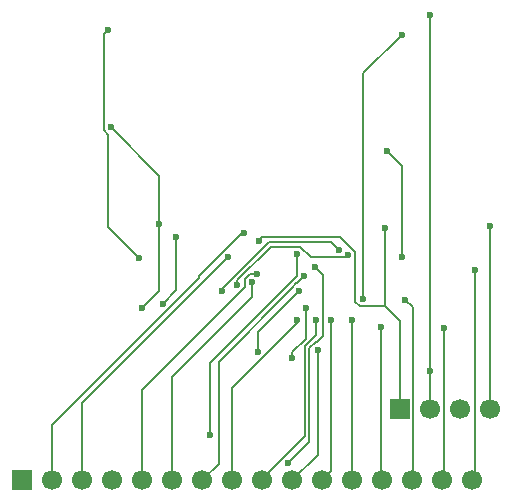
<source format=gbr>
%TF.GenerationSoftware,KiCad,Pcbnew,9.0.1*%
%TF.CreationDate,2025-05-26T11:02:23-07:00*%
%TF.ProjectId,TestWatch,54657374-5761-4746-9368-2e6b69636164,rev?*%
%TF.SameCoordinates,Original*%
%TF.FileFunction,Copper,L2,Bot*%
%TF.FilePolarity,Positive*%
%FSLAX46Y46*%
G04 Gerber Fmt 4.6, Leading zero omitted, Abs format (unit mm)*
G04 Created by KiCad (PCBNEW 9.0.1) date 2025-05-26 11:02:23*
%MOMM*%
%LPD*%
G01*
G04 APERTURE LIST*
%TA.AperFunction,ComponentPad*%
%ADD10R,1.700000X1.700000*%
%TD*%
%TA.AperFunction,ComponentPad*%
%ADD11C,1.700000*%
%TD*%
%TA.AperFunction,ViaPad*%
%ADD12C,0.600000*%
%TD*%
%TA.AperFunction,Conductor*%
%ADD13C,0.200000*%
%TD*%
G04 APERTURE END LIST*
D10*
%TO.P,J1,1,Pin_1*%
%TO.N,A*%
X180500000Y-116000000D03*
D11*
%TO.P,J1,2,Pin_2*%
%TO.N,B*%
X183040000Y-116000000D03*
%TO.P,J1,3,Pin_3*%
%TO.N,C*%
X185579999Y-116000000D03*
%TO.P,J1,4,Pin_4*%
%TO.N,D*%
X188120000Y-116000000D03*
%TO.P,J1,5,Pin_5*%
%TO.N,E*%
X190660000Y-116000000D03*
%TO.P,J1,6,Pin_6*%
%TO.N,F*%
X193200000Y-116000000D03*
%TO.P,J1,7,Pin_7*%
%TO.N,G*%
X195740000Y-116000000D03*
%TO.P,J1,8,Pin_8*%
%TO.N,H*%
X198280001Y-116000000D03*
%TO.P,J1,9,Pin_9*%
%TO.N,I*%
X200820000Y-116000000D03*
%TO.P,J1,10,Pin_10*%
%TO.N,J*%
X203360000Y-116000000D03*
%TO.P,J1,11,Pin_11*%
%TO.N,K*%
X205900000Y-116000000D03*
%TO.P,J1,12,Pin_12*%
%TO.N,L*%
X208439999Y-116000000D03*
%TO.P,J1,13,Pin_13*%
%TO.N,M*%
X210980000Y-116000000D03*
%TO.P,J1,14,Pin_14*%
%TO.N,N*%
X213520000Y-116000000D03*
%TO.P,J1,15,Pin_15*%
%TO.N,O*%
X216060000Y-116000000D03*
%TO.P,J1,16,Pin_16*%
%TO.N,P*%
X218599999Y-116000000D03*
%TD*%
D10*
%TO.P,J2,1,Pin_1*%
%TO.N,STM_POW*%
X212460000Y-110000000D03*
D11*
%TO.P,J2,2,Pin_2*%
%TO.N,Net-(J2-Pin_2)*%
X215000000Y-110000000D03*
%TO.P,J2,3,Pin_3*%
%TO.N,Net-(J2-Pin_3)*%
X217539999Y-110000000D03*
%TO.P,J2,4,Pin_4*%
%TO.N,GNDREF*%
X220080000Y-110000000D03*
%TD*%
D12*
%TO.N,Net-(DB3-A)*%
X212622600Y-78287000D03*
X209352900Y-100654300D03*
%TO.N,Net-(STM1-PG10-NRST)*%
X203946500Y-99958000D03*
X200436400Y-105203200D03*
%TO.N,GNDREF*%
X220080000Y-94501100D03*
X192424000Y-101068900D03*
X193537000Y-95438800D03*
%TO.N,Net-(J2-Pin_2)*%
X215000000Y-106741800D03*
X215000000Y-76646000D03*
%TO.N,Net-(STM1-PB3)*%
X203324300Y-105666500D03*
X204489100Y-101454300D03*
%TO.N,Net-(STM1-PF1-OSC_OUT)*%
X197410500Y-100014600D03*
X207345300Y-96539000D03*
%TO.N,Net-(CHG1-STAT)*%
X190368400Y-97178800D03*
X187769900Y-77862900D03*
%TO.N,Net-(STM1-PF0-OSC_IN)*%
X198675600Y-99506700D03*
X208072500Y-96945800D03*
%TO.N,STM_POW*%
X211229000Y-94696700D03*
X200554100Y-95730100D03*
%TO.N,USB + *%
X212688600Y-97087300D03*
X211379400Y-88117500D03*
%TO.N,P*%
X218810000Y-98254300D03*
%TO.N,I*%
X205336100Y-102452300D03*
%TO.N,K*%
X206676100Y-102449200D03*
%TO.N,M*%
X210845200Y-103056600D03*
%TO.N,G*%
X204356100Y-98743300D03*
%TO.N,C*%
X197921000Y-97139000D03*
%TO.N,J*%
X205513700Y-104990200D03*
%TO.N,L*%
X208440000Y-102451900D03*
%TO.N,H*%
X203799200Y-102447900D03*
%TO.N,E*%
X200403800Y-98539900D03*
%TO.N,D*%
X205274800Y-97967100D03*
X202972600Y-114590700D03*
%TO.N,O*%
X216218500Y-103131500D03*
%TO.N,N*%
X212949100Y-100718600D03*
%TO.N,A*%
X203754400Y-96870300D03*
X196432000Y-112217500D03*
%TO.N,B*%
X199278700Y-95077800D03*
%TO.N,F*%
X199966000Y-99236100D03*
%TO.N,Net-(CHG1-VBAT)*%
X190672200Y-101422500D03*
X192093500Y-94302900D03*
X188017500Y-86154600D03*
%TD*%
D13*
%TO.N,Net-(DB3-A)*%
X209352900Y-81556700D02*
X212622600Y-78287000D01*
X209352900Y-100654300D02*
X209352900Y-81556700D01*
%TO.N,Net-(STM1-PG10-NRST)*%
X200436400Y-103468100D02*
X200436400Y-105203200D01*
X203946500Y-99958000D02*
X200436400Y-103468100D01*
%TO.N,GNDREF*%
X220080000Y-110000000D02*
X220080000Y-94501100D01*
X193537000Y-99955900D02*
X192424000Y-101068900D01*
X193537000Y-95438800D02*
X193537000Y-99955900D01*
%TO.N,Net-(J2-Pin_2)*%
X215000000Y-110000000D02*
X215000000Y-106741800D01*
X215000000Y-106741800D02*
X215000000Y-76646000D01*
%TO.N,Net-(STM1-PB3)*%
X203324300Y-105191900D02*
X203324300Y-105666500D01*
X204489100Y-104027100D02*
X203324300Y-105191900D01*
X204489100Y-101454300D02*
X204489100Y-104027100D01*
%TO.N,Net-(STM1-PF1-OSC_OUT)*%
X197410500Y-99801400D02*
X197410500Y-100014600D01*
X201361900Y-95850000D02*
X197410500Y-99801400D01*
X206656300Y-95850000D02*
X201361900Y-95850000D01*
X207345300Y-96539000D02*
X206656300Y-95850000D01*
%TO.N,Net-(CHG1-STAT)*%
X187769900Y-94580300D02*
X190368400Y-97178800D01*
X187769900Y-86757700D02*
X187769900Y-94580300D01*
X187769800Y-86757700D02*
X187769900Y-86757700D01*
X187415800Y-86403700D02*
X187769800Y-86757700D01*
X187415800Y-78217000D02*
X187415800Y-86403700D01*
X187769900Y-77862900D02*
X187415800Y-78217000D01*
%TO.N,Net-(STM1-PF0-OSC_IN)*%
X207877500Y-97140800D02*
X208072500Y-96945800D01*
X204943500Y-97140800D02*
X207877500Y-97140800D01*
X204054400Y-96251700D02*
X204943500Y-97140800D01*
X201531600Y-96251700D02*
X204054400Y-96251700D01*
X198675600Y-99107700D02*
X201531600Y-96251700D01*
X198675600Y-99506700D02*
X198675600Y-99107700D01*
%TO.N,STM_POW*%
X212460000Y-102497700D02*
X211229000Y-101266700D01*
X212460000Y-110000000D02*
X212460000Y-102497700D01*
X211229000Y-101266700D02*
X211229000Y-94696700D01*
X200835900Y-95448300D02*
X200554100Y-95730100D01*
X207445800Y-95448300D02*
X200835900Y-95448300D01*
X208710400Y-96712900D02*
X207445800Y-95448300D01*
X208710400Y-100916900D02*
X208710400Y-96712900D01*
X209060200Y-101266700D02*
X208710400Y-100916900D01*
X211229000Y-101266700D02*
X209060200Y-101266700D01*
%TO.N,USB + *%
X212688600Y-89426700D02*
X212688600Y-97087300D01*
X211379400Y-88117500D02*
X212688600Y-89426700D01*
%TO.N,P*%
X218810000Y-115790000D02*
X218810000Y-98254300D01*
X218600000Y-116000000D02*
X218810000Y-115790000D01*
%TO.N,I*%
X200820000Y-115892500D02*
X200820000Y-116000000D01*
X204402400Y-112310100D02*
X200820000Y-115892500D01*
X204402500Y-112310100D02*
X204402400Y-112310100D01*
X204402500Y-104681700D02*
X204402500Y-112310100D01*
X205336100Y-103748100D02*
X204402500Y-104681700D01*
X205336100Y-102452300D02*
X205336100Y-103748100D01*
%TO.N,K*%
X206676100Y-115223900D02*
X205900000Y-116000000D01*
X206676100Y-102449200D02*
X206676100Y-115223900D01*
%TO.N,M*%
X210845200Y-115865200D02*
X210845200Y-103056600D01*
X210980000Y-116000000D02*
X210845200Y-115865200D01*
%TO.N,G*%
X197129800Y-114610200D02*
X195740000Y-116000000D01*
X197129800Y-105971200D02*
X197129800Y-114610200D01*
X203344800Y-99756200D02*
X197129800Y-105971200D01*
X203344800Y-99708900D02*
X203344800Y-99756200D01*
X203697400Y-99356300D02*
X203344800Y-99708900D01*
X203743100Y-99356300D02*
X203697400Y-99356300D01*
X204356100Y-98743300D02*
X203743100Y-99356300D01*
%TO.N,C*%
X185580000Y-109480000D02*
X197921000Y-97139000D01*
X185580000Y-116000000D02*
X185580000Y-109480000D01*
%TO.N,J*%
X205513700Y-113846300D02*
X205513700Y-104990200D01*
X203360000Y-116000000D02*
X205513700Y-113846300D01*
%TO.N,L*%
X208440000Y-116000000D02*
X208440000Y-102451900D01*
%TO.N,H*%
X203799200Y-102691300D02*
X203799200Y-102447900D01*
X198280000Y-108210500D02*
X203799200Y-102691300D01*
X198280000Y-116000000D02*
X198280000Y-108210500D01*
%TO.N,E*%
X200346000Y-98597700D02*
X200403800Y-98539900D01*
X199753600Y-98597700D02*
X200346000Y-98597700D01*
X199363100Y-98988200D02*
X199753600Y-98597700D01*
X199363100Y-99670100D02*
X199363100Y-98988200D01*
X190660000Y-108373200D02*
X199363100Y-99670100D01*
X190660000Y-116000000D02*
X190660000Y-108373200D01*
%TO.N,D*%
X204804200Y-112759100D02*
X202972600Y-114590700D01*
X204804200Y-104848000D02*
X204804200Y-112759100D01*
X205336100Y-104316100D02*
X204804200Y-104848000D01*
X205436100Y-104316100D02*
X205336100Y-104316100D01*
X205948700Y-103803500D02*
X205436100Y-104316100D01*
X205948700Y-98641000D02*
X205948700Y-103803500D01*
X205274800Y-97967100D02*
X205948700Y-98641000D01*
%TO.N,O*%
X216218500Y-115841500D02*
X216218500Y-103131500D01*
X216060000Y-116000000D02*
X216218500Y-115841500D01*
%TO.N,N*%
X213625000Y-101394500D02*
X212949100Y-100718600D01*
X213625000Y-115895000D02*
X213625000Y-101394500D01*
X213520000Y-116000000D02*
X213625000Y-115895000D01*
%TO.N,A*%
X203754400Y-98731300D02*
X203754400Y-96870300D01*
X196432000Y-106053700D02*
X203754400Y-98731300D01*
X196432000Y-112217500D02*
X196432000Y-106053700D01*
%TO.N,B*%
X183040000Y-111316500D02*
X183040000Y-116000000D01*
X195451400Y-98905100D02*
X183040000Y-111316500D01*
X195451400Y-98748200D02*
X195451400Y-98905100D01*
X199121800Y-95077800D02*
X195451400Y-98748200D01*
X199278700Y-95077800D02*
X199121800Y-95077800D01*
%TO.N,F*%
X199966000Y-100495600D02*
X199966000Y-99236100D01*
X193200000Y-107261600D02*
X199966000Y-100495600D01*
X193200000Y-116000000D02*
X193200000Y-107261600D01*
%TO.N,Net-(CHG1-VBAT)*%
X192093500Y-90230600D02*
X188017500Y-86154600D01*
X192093500Y-94302900D02*
X192093500Y-90230600D01*
X192093500Y-100001200D02*
X190672200Y-101422500D01*
X192093500Y-94302900D02*
X192093500Y-100001200D01*
%TD*%
M02*

</source>
